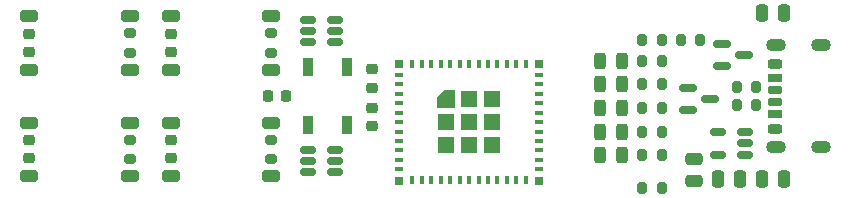
<source format=gtp>
G04 #@! TF.GenerationSoftware,KiCad,Pcbnew,8.0.4*
G04 #@! TF.CreationDate,2025-02-17T13:02:24+11:00*
G04 #@! TF.ProjectId,LSG,4c53472e-6b69-4636-9164-5f7063625858,rev?*
G04 #@! TF.SameCoordinates,Original*
G04 #@! TF.FileFunction,Paste,Top*
G04 #@! TF.FilePolarity,Positive*
%FSLAX46Y46*%
G04 Gerber Fmt 4.6, Leading zero omitted, Abs format (unit mm)*
G04 Created by KiCad (PCBNEW 8.0.4) date 2025-02-17 13:02:24*
%MOMM*%
%LPD*%
G01*
G04 APERTURE LIST*
G04 Aperture macros list*
%AMRoundRect*
0 Rectangle with rounded corners*
0 $1 Rounding radius*
0 $2 $3 $4 $5 $6 $7 $8 $9 X,Y pos of 4 corners*
0 Add a 4 corners polygon primitive as box body*
4,1,4,$2,$3,$4,$5,$6,$7,$8,$9,$2,$3,0*
0 Add four circle primitives for the rounded corners*
1,1,$1+$1,$2,$3*
1,1,$1+$1,$4,$5*
1,1,$1+$1,$6,$7*
1,1,$1+$1,$8,$9*
0 Add four rect primitives between the rounded corners*
20,1,$1+$1,$2,$3,$4,$5,0*
20,1,$1+$1,$4,$5,$6,$7,0*
20,1,$1+$1,$6,$7,$8,$9,0*
20,1,$1+$1,$8,$9,$2,$3,0*%
G04 Aperture macros list end*
%ADD10C,0.010000*%
%ADD11RoundRect,0.200000X-0.200000X-0.275000X0.200000X-0.275000X0.200000X0.275000X-0.200000X0.275000X0*%
%ADD12RoundRect,0.225000X-0.250000X0.225000X-0.250000X-0.225000X0.250000X-0.225000X0.250000X0.225000X0*%
%ADD13RoundRect,0.225000X-0.225000X-0.250000X0.225000X-0.250000X0.225000X0.250000X-0.225000X0.250000X0*%
%ADD14RoundRect,0.200000X0.200000X0.275000X-0.200000X0.275000X-0.200000X-0.275000X0.200000X-0.275000X0*%
%ADD15RoundRect,0.243750X-0.243750X-0.456250X0.243750X-0.456250X0.243750X0.456250X-0.243750X0.456250X0*%
%ADD16RoundRect,0.250000X-0.500000X-0.250000X0.500000X-0.250000X0.500000X0.250000X-0.500000X0.250000X0*%
%ADD17R,0.900000X1.500000*%
%ADD18RoundRect,0.250000X0.250000X0.475000X-0.250000X0.475000X-0.250000X-0.475000X0.250000X-0.475000X0*%
%ADD19RoundRect,0.150000X-0.512500X-0.150000X0.512500X-0.150000X0.512500X0.150000X-0.512500X0.150000X0*%
%ADD20RoundRect,0.250000X0.475000X-0.250000X0.475000X0.250000X-0.475000X0.250000X-0.475000X-0.250000X0*%
%ADD21RoundRect,0.150000X-0.587500X-0.150000X0.587500X-0.150000X0.587500X0.150000X-0.587500X0.150000X0*%
%ADD22R,0.800000X0.400000*%
%ADD23R,0.400000X0.800000*%
%ADD24R,1.450000X1.450000*%
%ADD25R,0.700000X0.700000*%
%ADD26RoundRect,0.200000X-0.275000X0.200000X-0.275000X-0.200000X0.275000X-0.200000X0.275000X0.200000X0*%
%ADD27RoundRect,0.175000X0.425000X-0.175000X0.425000X0.175000X-0.425000X0.175000X-0.425000X-0.175000X0*%
%ADD28RoundRect,0.190000X-0.410000X0.190000X-0.410000X-0.190000X0.410000X-0.190000X0.410000X0.190000X0*%
%ADD29RoundRect,0.200000X-0.400000X0.200000X-0.400000X-0.200000X0.400000X-0.200000X0.400000X0.200000X0*%
%ADD30RoundRect,0.175000X-0.425000X0.175000X-0.425000X-0.175000X0.425000X-0.175000X0.425000X0.175000X0*%
%ADD31RoundRect,0.190000X0.410000X-0.190000X0.410000X0.190000X-0.410000X0.190000X-0.410000X-0.190000X0*%
%ADD32RoundRect,0.200000X0.400000X-0.200000X0.400000X0.200000X-0.400000X0.200000X-0.400000X-0.200000X0*%
%ADD33O,1.700000X1.100000*%
%ADD34RoundRect,0.150000X0.512500X0.150000X-0.512500X0.150000X-0.512500X-0.150000X0.512500X-0.150000X0*%
%ADD35RoundRect,0.250000X-0.250000X-0.475000X0.250000X-0.475000X0.250000X0.475000X-0.250000X0.475000X0*%
G04 APERTURE END LIST*
D10*
X4750000Y-950000D02*
X3300000Y-950000D01*
X3300000Y-100000D01*
X3900000Y500000D01*
X4750000Y500000D01*
X4750000Y-950000D01*
G36*
X4750000Y-950000D02*
G01*
X3300000Y-950000D01*
X3300000Y-100000D01*
X3900000Y500000D01*
X4750000Y500000D01*
X4750000Y-950000D01*
G37*
D11*
X20675000Y-3000000D03*
X22325000Y-3000000D03*
D12*
X-19250000Y5275000D03*
X-19250000Y3725000D03*
D13*
X-11025000Y0D03*
X-9475000Y0D03*
D14*
X30325000Y-750000D03*
X28675000Y-750000D03*
D15*
X17062500Y-5000000D03*
X18937500Y-5000000D03*
X17062500Y-3000000D03*
X18937500Y-3000000D03*
D16*
X-31250000Y-2250000D03*
X-22750000Y-2250000D03*
X-31250000Y-6750000D03*
X-22750000Y-6750000D03*
D17*
X-7650000Y-2450000D03*
X-4350000Y-2450000D03*
X-4350000Y2450000D03*
X-7650000Y2450000D03*
D18*
X30800000Y-7000000D03*
X32700000Y-7000000D03*
D19*
X-7637500Y6450000D03*
X-7637500Y5500000D03*
X-7637500Y4550000D03*
X-5362500Y4550000D03*
X-5362500Y5500000D03*
X-5362500Y6450000D03*
D14*
X22325000Y4750000D03*
X20675000Y4750000D03*
D19*
X-7637500Y-4550000D03*
X-7637500Y-5500000D03*
X-7637500Y-6450000D03*
X-5362500Y-6450000D03*
X-5362500Y-5500000D03*
X-5362500Y-4550000D03*
D20*
X25000000Y-7200000D03*
X25000000Y-5300000D03*
D12*
X-2250000Y-975000D03*
X-2250000Y-2525000D03*
X-2250000Y2275000D03*
X-2250000Y725000D03*
D15*
X17062500Y1000000D03*
X18937500Y1000000D03*
D21*
X24562500Y700000D03*
X24562500Y-1200000D03*
X26437500Y-250000D03*
D12*
X-31250000Y5275000D03*
X-31250000Y3725000D03*
D22*
X100000Y1800000D03*
X100000Y1000000D03*
X100000Y200000D03*
X100000Y-600000D03*
X100000Y-1400000D03*
X100000Y-2200000D03*
X100000Y-3000000D03*
X100000Y-3800000D03*
X100000Y-4600000D03*
X100000Y-5400000D03*
X100000Y-6200000D03*
D23*
X1200000Y-7100000D03*
X2000000Y-7100000D03*
X2800000Y-7100000D03*
X3600000Y-7100000D03*
X4400000Y-7100000D03*
X5200000Y-7100000D03*
X6000000Y-7100000D03*
X6800000Y-7100000D03*
X7600000Y-7100000D03*
X8400000Y-7100000D03*
X9200000Y-7100000D03*
X10000000Y-7100000D03*
X10800000Y-7100000D03*
D22*
X11900000Y-6200000D03*
X11900000Y-5400000D03*
X11900000Y-4600000D03*
X11900000Y-3800000D03*
X11900000Y-3000000D03*
X11900000Y-2200000D03*
X11900000Y-1400000D03*
X11900000Y-600000D03*
X11900000Y200000D03*
X11900000Y1000000D03*
X11900000Y1800000D03*
D23*
X10800000Y2700000D03*
X10000000Y2700000D03*
X9200000Y2700000D03*
X8400000Y2700000D03*
X7600000Y2700000D03*
X6800000Y2700000D03*
X6000000Y2700000D03*
X5200000Y2700000D03*
X4400000Y2700000D03*
X3600000Y2700000D03*
X2800000Y2700000D03*
X2000000Y2700000D03*
X1200000Y2700000D03*
D24*
X6000000Y-225000D03*
X7975000Y-225000D03*
X7975000Y-2200000D03*
X7975000Y-4175000D03*
X6000000Y-4175000D03*
X4025000Y-4175000D03*
X4025000Y-2200000D03*
X6000000Y-2200000D03*
D25*
X11950000Y2750000D03*
X11950000Y-7150000D03*
X50000Y-7150000D03*
X50000Y2750000D03*
D26*
X-10750000Y-3675000D03*
X-10750000Y-5325000D03*
D27*
X31920000Y-500000D03*
D28*
X31920000Y1520000D03*
D29*
X31920000Y2750000D03*
D30*
X31920000Y500000D03*
D31*
X31920000Y-1520000D03*
D32*
X31920000Y-2750000D03*
D33*
X32000000Y-4320000D03*
X35800000Y-4320000D03*
X32000000Y4320000D03*
X35800000Y4320000D03*
D26*
X-22750000Y5325000D03*
X-22750000Y3675000D03*
D16*
X-19250000Y6750000D03*
X-10750000Y6750000D03*
X-19250000Y2250000D03*
X-10750000Y2250000D03*
D15*
X17062500Y3000000D03*
X18937500Y3000000D03*
D26*
X-22750000Y-3675000D03*
X-22750000Y-5325000D03*
D11*
X20675000Y3000000D03*
X22325000Y3000000D03*
D14*
X22325000Y-7750000D03*
X20675000Y-7750000D03*
D34*
X29387500Y-4950000D03*
X29387500Y-4000000D03*
X29387500Y-3050000D03*
X27112500Y-3050000D03*
X27112500Y-4950000D03*
D16*
X-19250000Y-2250000D03*
X-10750000Y-2250000D03*
X-19250000Y-6750000D03*
X-10750000Y-6750000D03*
X-31250000Y6750000D03*
X-22750000Y6750000D03*
X-31250000Y2250000D03*
X-22750000Y2250000D03*
D26*
X-10750000Y5325000D03*
X-10750000Y3675000D03*
D11*
X20675000Y-5000000D03*
X22325000Y-5000000D03*
X20675000Y1000000D03*
X22325000Y1000000D03*
D21*
X27375000Y4450000D03*
X27375000Y2550000D03*
X29250000Y3500000D03*
D35*
X27050000Y-7000000D03*
X28950000Y-7000000D03*
D15*
X17062500Y-1000000D03*
X18937500Y-1000000D03*
D18*
X32700000Y7000000D03*
X30800000Y7000000D03*
D14*
X25575000Y4750000D03*
X23925000Y4750000D03*
D12*
X-19250000Y-3725000D03*
X-19250000Y-5275000D03*
D11*
X20675000Y-1000000D03*
X22325000Y-1000000D03*
D14*
X30325000Y750000D03*
X28675000Y750000D03*
D12*
X-31250000Y-3725000D03*
X-31250000Y-5275000D03*
M02*

</source>
